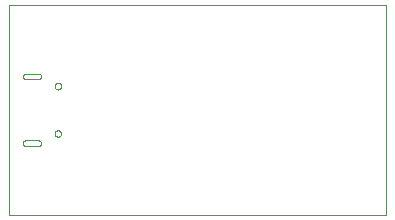
<source format=gm1>
G75*
%MOIN*%
%OFA0B0*%
%FSLAX25Y25*%
%IPPOS*%
%LPD*%
%AMOC8*
5,1,8,0,0,1.08239X$1,22.5*
%
%ADD10C,0.00000*%
D10*
X0013846Y0472302D02*
X0013846Y0542302D01*
X0139246Y0542302D01*
X0139246Y0472302D01*
X0013846Y0472302D01*
X0019326Y0495146D02*
X0023379Y0495146D01*
X0023379Y0495145D02*
X0023440Y0495146D01*
X0023500Y0495150D01*
X0023559Y0495158D01*
X0023619Y0495169D01*
X0023677Y0495184D01*
X0023734Y0495202D01*
X0023790Y0495224D01*
X0023845Y0495249D01*
X0023898Y0495278D01*
X0023949Y0495309D01*
X0023999Y0495344D01*
X0024046Y0495382D01*
X0024091Y0495422D01*
X0024133Y0495465D01*
X0024172Y0495510D01*
X0024209Y0495558D01*
X0024243Y0495608D01*
X0024274Y0495660D01*
X0024301Y0495713D01*
X0024325Y0495768D01*
X0024346Y0495825D01*
X0024364Y0495882D01*
X0024378Y0495941D01*
X0024388Y0496000D01*
X0024395Y0496060D01*
X0024398Y0496120D01*
X0024397Y0496181D01*
X0024393Y0496242D01*
X0024385Y0496303D01*
X0024373Y0496363D01*
X0024357Y0496422D01*
X0024337Y0496480D01*
X0024314Y0496536D01*
X0024288Y0496591D01*
X0024258Y0496644D01*
X0024225Y0496696D01*
X0024189Y0496745D01*
X0024149Y0496791D01*
X0024107Y0496836D01*
X0024062Y0496877D01*
X0024015Y0496915D01*
X0023965Y0496951D01*
X0023913Y0496983D01*
X0023859Y0497012D01*
X0023804Y0497038D01*
X0023747Y0497060D01*
X0023689Y0497078D01*
X0023629Y0497092D01*
X0023569Y0497103D01*
X0023509Y0497110D01*
X0023448Y0497114D01*
X0019233Y0497114D01*
X0019232Y0497114D02*
X0019172Y0497111D01*
X0019112Y0497103D01*
X0019053Y0497093D01*
X0018995Y0497078D01*
X0018937Y0497060D01*
X0018881Y0497038D01*
X0018826Y0497013D01*
X0018773Y0496985D01*
X0018722Y0496953D01*
X0018673Y0496918D01*
X0018626Y0496880D01*
X0018582Y0496839D01*
X0018540Y0496796D01*
X0018501Y0496749D01*
X0018466Y0496701D01*
X0018433Y0496650D01*
X0018403Y0496598D01*
X0018377Y0496544D01*
X0018355Y0496488D01*
X0018335Y0496431D01*
X0018320Y0496372D01*
X0018308Y0496313D01*
X0018300Y0496254D01*
X0018296Y0496194D01*
X0018295Y0496133D01*
X0018299Y0496070D01*
X0018306Y0496007D01*
X0018317Y0495945D01*
X0018332Y0495883D01*
X0018351Y0495822D01*
X0018374Y0495763D01*
X0018401Y0495705D01*
X0018431Y0495650D01*
X0018464Y0495596D01*
X0018501Y0495544D01*
X0018541Y0495495D01*
X0018584Y0495448D01*
X0018630Y0495404D01*
X0018678Y0495363D01*
X0018729Y0495325D01*
X0018782Y0495291D01*
X0018838Y0495260D01*
X0018895Y0495232D01*
X0018953Y0495208D01*
X0019014Y0495188D01*
X0019075Y0495172D01*
X0019137Y0495159D01*
X0019200Y0495150D01*
X0019263Y0495146D01*
X0019327Y0495145D01*
X0028925Y0499378D02*
X0028927Y0499443D01*
X0028933Y0499509D01*
X0028943Y0499573D01*
X0028956Y0499637D01*
X0028974Y0499700D01*
X0028995Y0499762D01*
X0029020Y0499822D01*
X0029049Y0499881D01*
X0029081Y0499938D01*
X0029117Y0499993D01*
X0029155Y0500046D01*
X0029197Y0500096D01*
X0029242Y0500144D01*
X0029290Y0500189D01*
X0029340Y0500231D01*
X0029393Y0500269D01*
X0029448Y0500305D01*
X0029505Y0500337D01*
X0029564Y0500366D01*
X0029624Y0500391D01*
X0029686Y0500412D01*
X0029749Y0500430D01*
X0029813Y0500443D01*
X0029877Y0500453D01*
X0029943Y0500459D01*
X0030008Y0500461D01*
X0030073Y0500459D01*
X0030139Y0500453D01*
X0030203Y0500443D01*
X0030267Y0500430D01*
X0030330Y0500412D01*
X0030392Y0500391D01*
X0030452Y0500366D01*
X0030511Y0500337D01*
X0030568Y0500305D01*
X0030623Y0500269D01*
X0030676Y0500231D01*
X0030726Y0500189D01*
X0030774Y0500144D01*
X0030819Y0500096D01*
X0030861Y0500046D01*
X0030899Y0499993D01*
X0030935Y0499938D01*
X0030967Y0499881D01*
X0030996Y0499822D01*
X0031021Y0499762D01*
X0031042Y0499700D01*
X0031060Y0499637D01*
X0031073Y0499573D01*
X0031083Y0499509D01*
X0031089Y0499443D01*
X0031091Y0499378D01*
X0031089Y0499313D01*
X0031083Y0499247D01*
X0031073Y0499183D01*
X0031060Y0499119D01*
X0031042Y0499056D01*
X0031021Y0498994D01*
X0030996Y0498934D01*
X0030967Y0498875D01*
X0030935Y0498818D01*
X0030899Y0498763D01*
X0030861Y0498710D01*
X0030819Y0498660D01*
X0030774Y0498612D01*
X0030726Y0498567D01*
X0030676Y0498525D01*
X0030623Y0498487D01*
X0030568Y0498451D01*
X0030511Y0498419D01*
X0030452Y0498390D01*
X0030392Y0498365D01*
X0030330Y0498344D01*
X0030267Y0498326D01*
X0030203Y0498313D01*
X0030139Y0498303D01*
X0030073Y0498297D01*
X0030008Y0498295D01*
X0029943Y0498297D01*
X0029877Y0498303D01*
X0029813Y0498313D01*
X0029749Y0498326D01*
X0029686Y0498344D01*
X0029624Y0498365D01*
X0029564Y0498390D01*
X0029505Y0498419D01*
X0029448Y0498451D01*
X0029393Y0498487D01*
X0029340Y0498525D01*
X0029290Y0498567D01*
X0029242Y0498612D01*
X0029197Y0498660D01*
X0029155Y0498710D01*
X0029117Y0498763D01*
X0029081Y0498818D01*
X0029049Y0498875D01*
X0029020Y0498934D01*
X0028995Y0498994D01*
X0028974Y0499056D01*
X0028956Y0499119D01*
X0028943Y0499183D01*
X0028933Y0499247D01*
X0028927Y0499313D01*
X0028925Y0499378D01*
X0028925Y0515126D02*
X0028927Y0515191D01*
X0028933Y0515257D01*
X0028943Y0515321D01*
X0028956Y0515385D01*
X0028974Y0515448D01*
X0028995Y0515510D01*
X0029020Y0515570D01*
X0029049Y0515629D01*
X0029081Y0515686D01*
X0029117Y0515741D01*
X0029155Y0515794D01*
X0029197Y0515844D01*
X0029242Y0515892D01*
X0029290Y0515937D01*
X0029340Y0515979D01*
X0029393Y0516017D01*
X0029448Y0516053D01*
X0029505Y0516085D01*
X0029564Y0516114D01*
X0029624Y0516139D01*
X0029686Y0516160D01*
X0029749Y0516178D01*
X0029813Y0516191D01*
X0029877Y0516201D01*
X0029943Y0516207D01*
X0030008Y0516209D01*
X0030073Y0516207D01*
X0030139Y0516201D01*
X0030203Y0516191D01*
X0030267Y0516178D01*
X0030330Y0516160D01*
X0030392Y0516139D01*
X0030452Y0516114D01*
X0030511Y0516085D01*
X0030568Y0516053D01*
X0030623Y0516017D01*
X0030676Y0515979D01*
X0030726Y0515937D01*
X0030774Y0515892D01*
X0030819Y0515844D01*
X0030861Y0515794D01*
X0030899Y0515741D01*
X0030935Y0515686D01*
X0030967Y0515629D01*
X0030996Y0515570D01*
X0031021Y0515510D01*
X0031042Y0515448D01*
X0031060Y0515385D01*
X0031073Y0515321D01*
X0031083Y0515257D01*
X0031089Y0515191D01*
X0031091Y0515126D01*
X0031089Y0515061D01*
X0031083Y0514995D01*
X0031073Y0514931D01*
X0031060Y0514867D01*
X0031042Y0514804D01*
X0031021Y0514742D01*
X0030996Y0514682D01*
X0030967Y0514623D01*
X0030935Y0514566D01*
X0030899Y0514511D01*
X0030861Y0514458D01*
X0030819Y0514408D01*
X0030774Y0514360D01*
X0030726Y0514315D01*
X0030676Y0514273D01*
X0030623Y0514235D01*
X0030568Y0514199D01*
X0030511Y0514167D01*
X0030452Y0514138D01*
X0030392Y0514113D01*
X0030330Y0514092D01*
X0030267Y0514074D01*
X0030203Y0514061D01*
X0030139Y0514051D01*
X0030073Y0514045D01*
X0030008Y0514043D01*
X0029943Y0514045D01*
X0029877Y0514051D01*
X0029813Y0514061D01*
X0029749Y0514074D01*
X0029686Y0514092D01*
X0029624Y0514113D01*
X0029564Y0514138D01*
X0029505Y0514167D01*
X0029448Y0514199D01*
X0029393Y0514235D01*
X0029340Y0514273D01*
X0029290Y0514315D01*
X0029242Y0514360D01*
X0029197Y0514408D01*
X0029155Y0514458D01*
X0029117Y0514511D01*
X0029081Y0514566D01*
X0029049Y0514623D01*
X0029020Y0514682D01*
X0028995Y0514742D01*
X0028974Y0514804D01*
X0028956Y0514867D01*
X0028943Y0514931D01*
X0028933Y0514995D01*
X0028927Y0515061D01*
X0028925Y0515126D01*
X0023419Y0517402D02*
X0019366Y0517402D01*
X0019304Y0517404D01*
X0019242Y0517410D01*
X0019180Y0517419D01*
X0019119Y0517432D01*
X0019059Y0517449D01*
X0019000Y0517469D01*
X0018943Y0517493D01*
X0018887Y0517520D01*
X0018833Y0517551D01*
X0018780Y0517585D01*
X0018730Y0517621D01*
X0018682Y0517661D01*
X0018637Y0517704D01*
X0018594Y0517749D01*
X0018554Y0517797D01*
X0018518Y0517847D01*
X0018484Y0517900D01*
X0018453Y0517954D01*
X0018426Y0518010D01*
X0018402Y0518067D01*
X0018382Y0518126D01*
X0018365Y0518186D01*
X0018352Y0518247D01*
X0018343Y0518309D01*
X0018337Y0518371D01*
X0018335Y0518433D01*
X0018337Y0518492D01*
X0018342Y0518550D01*
X0018352Y0518609D01*
X0018364Y0518666D01*
X0018381Y0518723D01*
X0018401Y0518778D01*
X0018424Y0518832D01*
X0018451Y0518884D01*
X0018481Y0518935D01*
X0018514Y0518984D01*
X0018550Y0519030D01*
X0018589Y0519074D01*
X0018631Y0519116D01*
X0018675Y0519155D01*
X0018721Y0519191D01*
X0018770Y0519224D01*
X0018821Y0519254D01*
X0018873Y0519281D01*
X0018927Y0519304D01*
X0018982Y0519324D01*
X0019039Y0519341D01*
X0019096Y0519353D01*
X0019155Y0519363D01*
X0019213Y0519368D01*
X0019272Y0519370D01*
X0023487Y0519370D01*
X0023547Y0519368D01*
X0023606Y0519363D01*
X0023665Y0519353D01*
X0023723Y0519340D01*
X0023781Y0519324D01*
X0023837Y0519303D01*
X0023891Y0519280D01*
X0023945Y0519252D01*
X0023996Y0519222D01*
X0024045Y0519189D01*
X0024093Y0519152D01*
X0024137Y0519113D01*
X0024180Y0519070D01*
X0024219Y0519026D01*
X0024256Y0518978D01*
X0024289Y0518929D01*
X0024319Y0518878D01*
X0024347Y0518824D01*
X0024370Y0518770D01*
X0024391Y0518714D01*
X0024407Y0518656D01*
X0024420Y0518598D01*
X0024430Y0518539D01*
X0024435Y0518480D01*
X0024437Y0518420D01*
X0024435Y0518359D01*
X0024430Y0518297D01*
X0024420Y0518237D01*
X0024407Y0518176D01*
X0024391Y0518117D01*
X0024371Y0518059D01*
X0024347Y0518002D01*
X0024320Y0517947D01*
X0024290Y0517893D01*
X0024257Y0517842D01*
X0024220Y0517792D01*
X0024181Y0517745D01*
X0024139Y0517700D01*
X0024094Y0517658D01*
X0024047Y0517619D01*
X0023997Y0517582D01*
X0023946Y0517549D01*
X0023892Y0517519D01*
X0023837Y0517492D01*
X0023780Y0517468D01*
X0023722Y0517448D01*
X0023663Y0517432D01*
X0023602Y0517419D01*
X0023542Y0517409D01*
X0023480Y0517404D01*
X0023419Y0517402D01*
M02*

</source>
